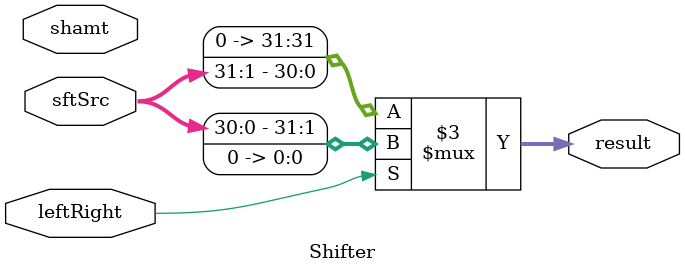
<source format=v>
module Shifter( result, leftRight, shamt, sftSrc  );
    
  output wire[31:0] result;

  input wire leftRight;
  input wire[4:0] shamt;
  input wire[31:0] sftSrc ;
  
  /*your code here*/ 
	assign result = (leftRight)?sftSrc<<1:sftSrc>>1;
endmodule
</source>
